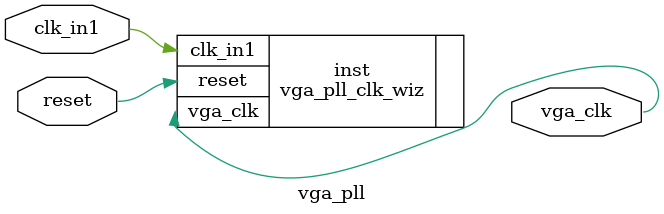
<source format=v>


`timescale 1ps/1ps

(* CORE_GENERATION_INFO = "vga_pll,clk_wiz_v6_0_3_0_0,{component_name=vga_pll,use_phase_alignment=true,use_min_o_jitter=false,use_max_i_jitter=false,use_dyn_phase_shift=false,use_inclk_switchover=false,use_dyn_reconfig=false,enable_axi=0,feedback_source=FDBK_AUTO,PRIMITIVE=MMCM,num_out_clk=1,clkin1_period=10.000,clkin2_period=10.000,use_power_down=false,use_reset=true,use_locked=false,use_inclk_stopped=false,feedback_type=SINGLE,CLOCK_MGR_TYPE=NA,manual_override=false}" *)

module vga_pll 
 (
  // Clock out ports
  output        vga_clk,
  // Status and control signals
  input         reset,
 // Clock in ports
  input         clk_in1
 );

  vga_pll_clk_wiz inst
  (
  // Clock out ports  
  .vga_clk(vga_clk),
  // Status and control signals               
  .reset(reset), 
 // Clock in ports
  .clk_in1(clk_in1)
  );

endmodule

</source>
